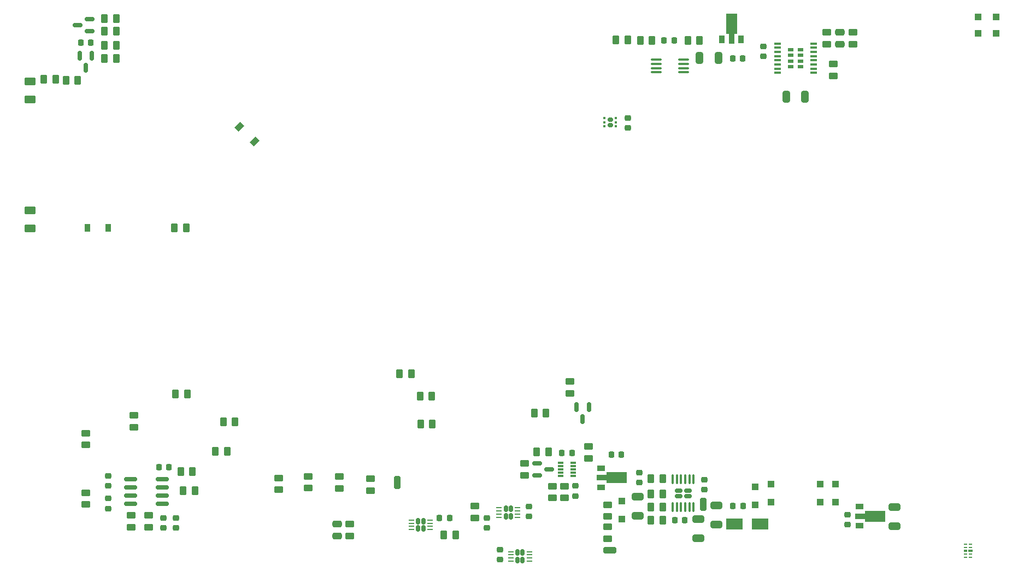
<source format=gbr>
G04 #@! TF.GenerationSoftware,KiCad,Pcbnew,(6.0.5)*
G04 #@! TF.CreationDate,2022-12-27T12:46:55+01:00*
G04 #@! TF.ProjectId,adrmu6layer,6164726d-7536-46c6-9179-65722e6b6963,0.9*
G04 #@! TF.SameCoordinates,Original*
G04 #@! TF.FileFunction,Paste,Top*
G04 #@! TF.FilePolarity,Positive*
%FSLAX46Y46*%
G04 Gerber Fmt 4.6, Leading zero omitted, Abs format (unit mm)*
G04 Created by KiCad (PCBNEW (6.0.5)) date 2022-12-27 12:46:55*
%MOMM*%
%LPD*%
G01*
G04 APERTURE LIST*
G04 Aperture macros list*
%AMRoundRect*
0 Rectangle with rounded corners*
0 $1 Rounding radius*
0 $2 $3 $4 $5 $6 $7 $8 $9 X,Y pos of 4 corners*
0 Add a 4 corners polygon primitive as box body*
4,1,4,$2,$3,$4,$5,$6,$7,$8,$9,$2,$3,0*
0 Add four circle primitives for the rounded corners*
1,1,$1+$1,$2,$3*
1,1,$1+$1,$4,$5*
1,1,$1+$1,$6,$7*
1,1,$1+$1,$8,$9*
0 Add four rect primitives between the rounded corners*
20,1,$1+$1,$2,$3,$4,$5,0*
20,1,$1+$1,$4,$5,$6,$7,0*
20,1,$1+$1,$6,$7,$8,$9,0*
20,1,$1+$1,$8,$9,$2,$3,0*%
%AMRotRect*
0 Rectangle, with rotation*
0 The origin of the aperture is its center*
0 $1 length*
0 $2 width*
0 $3 Rotation angle, in degrees counterclockwise*
0 Add horizontal line*
21,1,$1,$2,0,0,$3*%
%AMFreePoly0*
4,1,9,3.862500,-0.866500,0.737500,-0.866500,0.737500,-0.450000,-0.737500,-0.450000,-0.737500,0.450000,0.737500,0.450000,0.737500,0.866500,3.862500,0.866500,3.862500,-0.866500,3.862500,-0.866500,$1*%
G04 Aperture macros list end*
%ADD10RoundRect,0.250000X0.262500X0.450000X-0.262500X0.450000X-0.262500X-0.450000X0.262500X-0.450000X0*%
%ADD11RoundRect,0.250000X-0.750000X0.250000X-0.750000X-0.250000X0.750000X-0.250000X0.750000X0.250000X0*%
%ADD12RoundRect,0.250000X-0.262500X-0.450000X0.262500X-0.450000X0.262500X0.450000X-0.262500X0.450000X0*%
%ADD13R,0.850000X0.300000*%
%ADD14RoundRect,0.250000X0.450000X-0.262500X0.450000X0.262500X-0.450000X0.262500X-0.450000X-0.262500X0*%
%ADD15RoundRect,0.250000X-0.650000X0.325000X-0.650000X-0.325000X0.650000X-0.325000X0.650000X0.325000X0*%
%ADD16RoundRect,0.250000X-0.250000X-0.750000X0.250000X-0.750000X0.250000X0.750000X-0.250000X0.750000X0*%
%ADD17RoundRect,0.250000X-0.625000X0.375000X-0.625000X-0.375000X0.625000X-0.375000X0.625000X0.375000X0*%
%ADD18RoundRect,0.225000X-0.250000X0.225000X-0.250000X-0.225000X0.250000X-0.225000X0.250000X0.225000X0*%
%ADD19RoundRect,0.225000X0.250000X-0.225000X0.250000X0.225000X-0.250000X0.225000X-0.250000X-0.225000X0*%
%ADD20RoundRect,0.225000X-0.225000X-0.250000X0.225000X-0.250000X0.225000X0.250000X-0.225000X0.250000X0*%
%ADD21RotRect,0.900000X1.200000X315.000000*%
%ADD22RoundRect,0.250000X-0.450000X0.262500X-0.450000X-0.262500X0.450000X-0.262500X0.450000X0.262500X0*%
%ADD23RoundRect,0.160000X-0.160000X-0.310000X0.160000X-0.310000X0.160000X0.310000X-0.160000X0.310000X0*%
%ADD24RoundRect,0.062500X-0.375000X-0.062500X0.375000X-0.062500X0.375000X0.062500X-0.375000X0.062500X0*%
%ADD25RoundRect,0.160000X-0.245000X-0.160000X0.245000X-0.160000X0.245000X0.160000X-0.245000X0.160000X0*%
%ADD26RoundRect,0.093750X-0.093750X-0.106250X0.093750X-0.106250X0.093750X0.106250X-0.093750X0.106250X0*%
%ADD27RoundRect,0.250000X-0.325000X-0.650000X0.325000X-0.650000X0.325000X0.650000X-0.325000X0.650000X0*%
%ADD28R,0.900000X1.300000*%
%ADD29FreePoly0,90.000000*%
%ADD30RoundRect,0.167500X-0.407500X0.167500X-0.407500X-0.167500X0.407500X-0.167500X0.407500X0.167500X0*%
%ADD31RoundRect,0.100000X-0.100000X0.625000X-0.100000X-0.625000X0.100000X-0.625000X0.100000X0.625000X0*%
%ADD32R,0.625000X0.250000*%
%ADD33R,0.700000X0.450000*%
%ADD34R,0.575000X0.450000*%
%ADD35RoundRect,0.150000X-0.587500X-0.150000X0.587500X-0.150000X0.587500X0.150000X-0.587500X0.150000X0*%
%ADD36R,1.100000X1.100000*%
%ADD37RoundRect,0.225000X0.225000X0.250000X-0.225000X0.250000X-0.225000X-0.250000X0.225000X-0.250000X0*%
%ADD38RoundRect,0.150000X-0.825000X-0.150000X0.825000X-0.150000X0.825000X0.150000X-0.825000X0.150000X0*%
%ADD39R,0.900000X1.200000*%
%ADD40RoundRect,0.150000X0.587500X0.150000X-0.587500X0.150000X-0.587500X-0.150000X0.587500X-0.150000X0*%
%ADD41R,1.300000X0.900000*%
%ADD42FreePoly0,0.000000*%
%ADD43RoundRect,0.150000X-0.150000X0.587500X-0.150000X-0.587500X0.150000X-0.587500X0.150000X0.587500X0*%
%ADD44RoundRect,0.250000X0.475000X-0.250000X0.475000X0.250000X-0.475000X0.250000X-0.475000X-0.250000X0*%
%ADD45R,1.050000X0.450000*%
%ADD46R,0.882000X0.537000*%
%ADD47RoundRect,0.160000X0.160000X0.310000X-0.160000X0.310000X-0.160000X-0.310000X0.160000X-0.310000X0*%
%ADD48RoundRect,0.062500X0.375000X0.062500X-0.375000X0.062500X-0.375000X-0.062500X0.375000X-0.062500X0*%
%ADD49RoundRect,0.218750X0.218750X0.256250X-0.218750X0.256250X-0.218750X-0.256250X0.218750X-0.256250X0*%
%ADD50RoundRect,0.100000X-0.712500X-0.100000X0.712500X-0.100000X0.712500X0.100000X-0.712500X0.100000X0*%
%ADD51RoundRect,0.250000X0.325000X0.650000X-0.325000X0.650000X-0.325000X-0.650000X0.325000X-0.650000X0*%
%ADD52RoundRect,0.250000X0.650000X-0.325000X0.650000X0.325000X-0.650000X0.325000X-0.650000X-0.325000X0*%
%ADD53R,2.500000X1.800000*%
G04 APERTURE END LIST*
D10*
G04 #@! TO.C,R306*
X167763900Y-58209600D03*
X165938900Y-58209600D03*
G04 #@! TD*
D11*
G04 #@! TO.C,J401*
X161200000Y-137200000D03*
G04 #@! TD*
D12*
G04 #@! TO.C,R303*
X73509500Y-64262000D03*
X75334500Y-64262000D03*
G04 #@! TD*
D13*
G04 #@! TO.C,U402*
X155508000Y-125713520D03*
X155508000Y-125213520D03*
X155508000Y-124713520D03*
X155508000Y-124213520D03*
X155508000Y-123713520D03*
X153608000Y-123713520D03*
X153608000Y-124213520D03*
X153608000Y-124713520D03*
X153608000Y-125213520D03*
X153608000Y-125713520D03*
G04 #@! TD*
D14*
G04 #@! TO.C,R203*
X87000000Y-133666876D03*
X87000000Y-131841876D03*
G04 #@! TD*
G04 #@! TO.C,R401*
X120900000Y-135025000D03*
X120900000Y-133200000D03*
G04 #@! TD*
D15*
G04 #@! TO.C,C316*
X205308000Y-130525000D03*
X205308000Y-133475000D03*
G04 #@! TD*
D16*
G04 #@! TO.C,J306*
X175718500Y-130149600D03*
G04 #@! TD*
D17*
G04 #@! TO.C,D306*
X71375000Y-84600000D03*
X71375000Y-87400000D03*
G04 #@! TD*
D12*
G04 #@! TO.C,R312*
X167593000Y-130565000D03*
X169418000Y-130565000D03*
G04 #@! TD*
D18*
G04 #@! TO.C,C403*
X144200000Y-137125000D03*
X144200000Y-138675000D03*
G04 #@! TD*
D12*
G04 #@! TO.C,R318*
X82887500Y-61050000D03*
X84712500Y-61050000D03*
G04 #@! TD*
D19*
G04 #@! TO.C,C203*
X94000000Y-133775000D03*
X94000000Y-132225000D03*
G04 #@! TD*
D12*
G04 #@! TO.C,R215*
X131787500Y-113400000D03*
X133612500Y-113400000D03*
G04 #@! TD*
D10*
G04 #@! TO.C,R406*
X151712500Y-122000000D03*
X149887500Y-122000000D03*
G04 #@! TD*
D20*
G04 #@! TO.C,C311*
X169632400Y-58209600D03*
X171182400Y-58209600D03*
G04 #@! TD*
D21*
G04 #@! TO.C,D201*
X103833274Y-71587650D03*
X106166726Y-73921102D03*
G04 #@! TD*
D10*
G04 #@! TO.C,R305*
X175129900Y-58209600D03*
X173304900Y-58209600D03*
G04 #@! TD*
D14*
G04 #@! TO.C,R222*
X80000000Y-130162500D03*
X80000000Y-128337500D03*
G04 #@! TD*
D22*
G04 #@! TO.C,R304*
X195848000Y-61887500D03*
X195848000Y-63712500D03*
G04 #@! TD*
D23*
G04 #@! TO.C,U401*
X131500000Y-132715000D03*
X132300000Y-133885000D03*
X131500000Y-133885000D03*
X132300000Y-132715000D03*
D24*
X130462500Y-132550000D03*
X130462500Y-133050000D03*
X130462500Y-133550000D03*
X130462500Y-134050000D03*
X133337500Y-134050000D03*
X133337500Y-133550000D03*
X133337500Y-133050000D03*
X133337500Y-132550000D03*
G04 #@! TD*
D25*
G04 #@! TO.C,U303*
X161284000Y-71324000D03*
X161284000Y-70524000D03*
D26*
X160396500Y-70274000D03*
X160396500Y-70924000D03*
X160396500Y-71574000D03*
X162171500Y-71574000D03*
X162171500Y-70924000D03*
X162171500Y-70274000D03*
G04 #@! TD*
D22*
G04 #@! TO.C,R403*
X124114624Y-126165000D03*
X124114624Y-127990000D03*
G04 #@! TD*
D14*
G04 #@! TO.C,R301*
X198896000Y-58824500D03*
X198896000Y-56999500D03*
G04 #@! TD*
D22*
G04 #@! TO.C,R212*
X109890624Y-126038000D03*
X109890624Y-127863000D03*
G04 #@! TD*
G04 #@! TO.C,R218*
X87500000Y-116337500D03*
X87500000Y-118162500D03*
G04 #@! TD*
D27*
G04 #@! TO.C,C305*
X175069000Y-60960000D03*
X178019000Y-60960000D03*
G04 #@! TD*
D22*
G04 #@! TO.C,R404*
X119288624Y-125846500D03*
X119288624Y-127671500D03*
G04 #@! TD*
D15*
G04 #@! TO.C,C312*
X174956500Y-132383000D03*
X174956500Y-135333000D03*
G04 #@! TD*
D10*
G04 #@! TO.C,R221*
X96562500Y-125050000D03*
X94737500Y-125050000D03*
G04 #@! TD*
D28*
G04 #@! TO.C,U301*
X178559400Y-58081600D03*
D29*
X180059400Y-57994100D03*
D28*
X181559400Y-58081600D03*
G04 #@! TD*
D30*
G04 #@! TO.C,U305*
X171859500Y-127996000D03*
X173279500Y-127996000D03*
X173279500Y-128816000D03*
X171859500Y-128816000D03*
D31*
X174194500Y-126256000D03*
X173544500Y-126256000D03*
X172894500Y-126256000D03*
X172244500Y-126256000D03*
X171594500Y-126256000D03*
X170944500Y-126256000D03*
X170944500Y-130556000D03*
X171594500Y-130556000D03*
X172244500Y-130556000D03*
X172894500Y-130556000D03*
X173544500Y-130556000D03*
X174194500Y-130556000D03*
G04 #@! TD*
D23*
G04 #@! TO.C,U403*
X145100000Y-131985000D03*
X145900000Y-130815000D03*
X145900000Y-131985000D03*
X145100000Y-130815000D03*
D24*
X144062500Y-130650000D03*
X144062500Y-131150000D03*
X144062500Y-131650000D03*
X144062500Y-132150000D03*
X146937500Y-132150000D03*
X146937500Y-131650000D03*
X146937500Y-131150000D03*
X146937500Y-130650000D03*
G04 #@! TD*
D14*
G04 #@! TO.C,R409*
X147960000Y-125622500D03*
X147960000Y-123797500D03*
G04 #@! TD*
D32*
G04 #@! TO.C,U405*
X217087500Y-138300000D03*
X217087500Y-137800000D03*
D33*
X217050000Y-137300000D03*
D32*
X217087500Y-136800000D03*
X217087500Y-136300000D03*
X216312500Y-136300000D03*
X216312500Y-136800000D03*
D34*
X216287500Y-137300000D03*
D32*
X216312500Y-137800000D03*
X216312500Y-138300000D03*
G04 #@! TD*
D35*
G04 #@! TO.C,Q401*
X149952500Y-123770000D03*
X149952500Y-125670000D03*
X151827500Y-124720000D03*
G04 #@! TD*
D12*
G04 #@! TO.C,R209*
X131872000Y-117700000D03*
X133697000Y-117700000D03*
G04 #@! TD*
D22*
G04 #@! TO.C,R411*
X154200000Y-127307500D03*
X154200000Y-129132500D03*
G04 #@! TD*
D19*
G04 #@! TO.C,C308*
X164000000Y-71775000D03*
X164000000Y-70225000D03*
G04 #@! TD*
D12*
G04 #@! TO.C,R314*
X82907500Y-56769000D03*
X84732500Y-56769000D03*
G04 #@! TD*
D36*
G04 #@! TO.C,D307*
X163100000Y-129594000D03*
X163100000Y-132394000D03*
G04 #@! TD*
D37*
G04 #@! TO.C,C302*
X181775000Y-61016000D03*
X180225000Y-61016000D03*
G04 #@! TD*
D38*
G04 #@! TO.C,U202*
X86939624Y-126271500D03*
X86939624Y-127541500D03*
X86939624Y-128811500D03*
X86939624Y-130081500D03*
X91889624Y-130081500D03*
X91889624Y-128811500D03*
X91889624Y-127541500D03*
X91889624Y-126271500D03*
G04 #@! TD*
D10*
G04 #@! TO.C,R310*
X169418000Y-126120000D03*
X167593000Y-126120000D03*
G04 #@! TD*
D39*
G04 #@! TO.C,D202*
X83526000Y-87267000D03*
X80226000Y-87267000D03*
G04 #@! TD*
D10*
G04 #@! TO.C,R205*
X96912500Y-128000000D03*
X95087500Y-128000000D03*
G04 #@! TD*
D36*
G04 #@! TO.C,D102*
X218310000Y-54610000D03*
X221110000Y-54610000D03*
G04 #@! TD*
D40*
G04 #@! TO.C,Q302*
X80644651Y-56830000D03*
X80644651Y-54930000D03*
X78769651Y-55880000D03*
G04 #@! TD*
D20*
G04 #@! TO.C,C315*
X161475000Y-122450000D03*
X163025000Y-122450000D03*
G04 #@! TD*
D37*
G04 #@! TO.C,C318*
X80775000Y-58600000D03*
X79225000Y-58600000D03*
G04 #@! TD*
D41*
G04 #@! TO.C,U306*
X159850000Y-124500000D03*
D42*
X159937500Y-126000000D03*
D41*
X159850000Y-127500000D03*
G04 #@! TD*
D43*
G04 #@! TO.C,Q303*
X80950000Y-60612500D03*
X79050000Y-60612500D03*
X80000000Y-62487500D03*
G04 #@! TD*
D20*
G04 #@! TO.C,C410*
X153795000Y-122160000D03*
X155345000Y-122160000D03*
G04 #@! TD*
D36*
G04 #@! TO.C,D302*
X186182000Y-129797000D03*
X186182000Y-126997000D03*
G04 #@! TD*
D20*
G04 #@! TO.C,C310*
X171286500Y-132597000D03*
X172836500Y-132597000D03*
G04 #@! TD*
D44*
G04 #@! TO.C,C407*
X118950000Y-135062500D03*
X118950000Y-133162500D03*
G04 #@! TD*
D18*
G04 #@! TO.C,C406*
X142200000Y-132200000D03*
X142200000Y-133750000D03*
G04 #@! TD*
G04 #@! TO.C,C309*
X175836300Y-126275800D03*
X175836300Y-127825800D03*
G04 #@! TD*
D22*
G04 #@! TO.C,R224*
X80000000Y-119087500D03*
X80000000Y-120912500D03*
G04 #@! TD*
D19*
G04 #@! TO.C,C314*
X165750000Y-126775000D03*
X165750000Y-125225000D03*
G04 #@! TD*
D10*
G04 #@! TO.C,R311*
X169418000Y-132597000D03*
X167593000Y-132597000D03*
G04 #@! TD*
G04 #@! TO.C,R315*
X84732500Y-54864000D03*
X82907500Y-54864000D03*
G04 #@! TD*
G04 #@! TO.C,R307*
X164004700Y-58158800D03*
X162179700Y-58158800D03*
G04 #@! TD*
D22*
G04 #@! TO.C,R415*
X152290000Y-127307500D03*
X152290000Y-129132500D03*
G04 #@! TD*
G04 #@! TO.C,R413*
X160900000Y-133625000D03*
X160900000Y-135450000D03*
G04 #@! TD*
D14*
G04 #@! TO.C,R309*
X157900000Y-123012500D03*
X157900000Y-121187500D03*
G04 #@! TD*
D10*
G04 #@! TO.C,R216*
X103162500Y-117300000D03*
X101337500Y-117300000D03*
G04 #@! TD*
D45*
G04 #@! TO.C,U302*
X192775000Y-63275000D03*
X192775000Y-62625000D03*
X192775000Y-61975000D03*
X192775000Y-61325000D03*
X192775000Y-60675000D03*
X192775000Y-60025000D03*
X192775000Y-59375000D03*
X192775000Y-58725000D03*
X187225000Y-58725000D03*
X187225000Y-59375000D03*
X187225000Y-60025000D03*
X187225000Y-60675000D03*
X187225000Y-61325000D03*
X187225000Y-61975000D03*
X187225000Y-62625000D03*
X187225000Y-63275000D03*
D46*
X189265000Y-59657500D03*
X189265000Y-62342500D03*
X190735000Y-59657500D03*
X190735000Y-62342500D03*
X189265000Y-61447500D03*
X190735000Y-60552500D03*
X189265000Y-60552500D03*
X190735000Y-61447500D03*
G04 #@! TD*
D47*
G04 #@! TO.C,U404*
X146900000Y-137615000D03*
X146900000Y-138785000D03*
X147700000Y-138785000D03*
X147700000Y-137615000D03*
D48*
X148737500Y-138950000D03*
X148737500Y-138450000D03*
X148737500Y-137950000D03*
X148737500Y-137450000D03*
X145862500Y-137450000D03*
X145862500Y-137950000D03*
X145862500Y-138450000D03*
X145862500Y-138950000D03*
G04 #@! TD*
D18*
G04 #@! TO.C,C317*
X198062500Y-131725000D03*
X198062500Y-133275000D03*
G04 #@! TD*
D14*
G04 #@! TO.C,R204*
X89750000Y-133662500D03*
X89750000Y-131837500D03*
G04 #@! TD*
D10*
G04 #@! TO.C,R316*
X78762500Y-64450000D03*
X76937500Y-64450000D03*
G04 #@! TD*
G04 #@! TO.C,R410*
X137312500Y-134900000D03*
X135487500Y-134900000D03*
G04 #@! TD*
D19*
G04 #@! TO.C,C405*
X148700000Y-132000000D03*
X148700000Y-130450000D03*
G04 #@! TD*
D43*
G04 #@! TO.C,Q301*
X157950000Y-115062500D03*
X156050000Y-115062500D03*
X157000000Y-116937500D03*
G04 #@! TD*
D22*
G04 #@! TO.C,R414*
X160900000Y-130175000D03*
X160900000Y-132000000D03*
G04 #@! TD*
D14*
G04 #@! TO.C,R308*
X155000000Y-112912500D03*
X155000000Y-111087500D03*
G04 #@! TD*
D18*
G04 #@! TO.C,C205*
X83500000Y-125725000D03*
X83500000Y-127275000D03*
G04 #@! TD*
D41*
G04 #@! TO.C,U307*
X199912500Y-130453000D03*
D42*
X200000000Y-131953000D03*
D41*
X199912500Y-133453000D03*
G04 #@! TD*
D49*
G04 #@! TO.C,F301*
X181838700Y-130403600D03*
X180263700Y-130403600D03*
G04 #@! TD*
D37*
G04 #@! TO.C,C402*
X136375000Y-132200000D03*
X134825000Y-132200000D03*
G04 #@! TD*
D50*
G04 #@! TO.C,U304*
X168426200Y-61218560D03*
X168426200Y-61868560D03*
X168426200Y-62518560D03*
X168426200Y-63168560D03*
X172651200Y-63168560D03*
X172651200Y-62518560D03*
X172651200Y-61868560D03*
X172651200Y-61218560D03*
G04 #@! TD*
D17*
G04 #@! TO.C,D301*
X71375000Y-64600000D03*
X71375000Y-67400000D03*
G04 #@! TD*
D22*
G04 #@! TO.C,R206*
X114462624Y-125784000D03*
X114462624Y-127609000D03*
G04 #@! TD*
D10*
G04 #@! TO.C,R219*
X95563124Y-87249000D03*
X93738124Y-87249000D03*
G04 #@! TD*
G04 #@! TO.C,R234*
X130452500Y-109855000D03*
X128627500Y-109855000D03*
G04 #@! TD*
D19*
G04 #@! TO.C,C411*
X155900000Y-128832500D03*
X155900000Y-127282500D03*
G04 #@! TD*
D36*
G04 #@! TO.C,D103*
X218310000Y-57150000D03*
X221110000Y-57150000D03*
G04 #@! TD*
D10*
G04 #@! TO.C,R210*
X101912500Y-121918000D03*
X100087500Y-121918000D03*
G04 #@! TD*
D36*
G04 #@! TO.C,D305*
X196215000Y-126997000D03*
X196215000Y-129797000D03*
G04 #@! TD*
D16*
G04 #@! TO.C,J307*
X128300000Y-126762000D03*
G04 #@! TD*
D51*
G04 #@! TO.C,C306*
X191475000Y-67000000D03*
X188525000Y-67000000D03*
G04 #@! TD*
D20*
G04 #@! TO.C,C202*
X91335624Y-124351000D03*
X92885624Y-124351000D03*
G04 #@! TD*
D52*
G04 #@! TO.C,C313*
X165500000Y-131929000D03*
X165500000Y-128979000D03*
G04 #@! TD*
D12*
G04 #@! TO.C,R201*
X93937500Y-113000000D03*
X95762500Y-113000000D03*
G04 #@! TD*
D19*
G04 #@! TO.C,C301*
X185000000Y-60719000D03*
X185000000Y-59169000D03*
G04 #@! TD*
D36*
G04 #@! TO.C,D304*
X193802000Y-129797000D03*
X193802000Y-126997000D03*
G04 #@! TD*
D14*
G04 #@! TO.C,R302*
X194832000Y-58824500D03*
X194832000Y-56999500D03*
G04 #@! TD*
D19*
G04 #@! TO.C,C201*
X92000000Y-133775000D03*
X92000000Y-132225000D03*
G04 #@! TD*
D44*
G04 #@! TO.C,C304*
X196864000Y-58862000D03*
X196864000Y-56962000D03*
G04 #@! TD*
D12*
G04 #@! TO.C,R408*
X149487500Y-116000000D03*
X151312500Y-116000000D03*
G04 #@! TD*
D10*
G04 #@! TO.C,R317*
X84732500Y-59029600D03*
X82907500Y-59029600D03*
G04 #@! TD*
D53*
G04 #@! TO.C,D308*
X180524400Y-133146800D03*
X184524400Y-133146800D03*
G04 #@! TD*
D36*
G04 #@! TO.C,D303*
X183769000Y-127378000D03*
X183769000Y-130178000D03*
G04 #@! TD*
D10*
G04 #@! TO.C,R313*
X169418000Y-128533000D03*
X167593000Y-128533000D03*
G04 #@! TD*
D15*
G04 #@! TO.C,C307*
X177750500Y-130300200D03*
X177750500Y-133250200D03*
G04 #@! TD*
D19*
G04 #@! TO.C,C204*
X83500000Y-130775000D03*
X83500000Y-129225000D03*
G04 #@! TD*
D14*
G04 #@! TO.C,R412*
X140300000Y-132212500D03*
X140300000Y-130387500D03*
G04 #@! TD*
M02*

</source>
